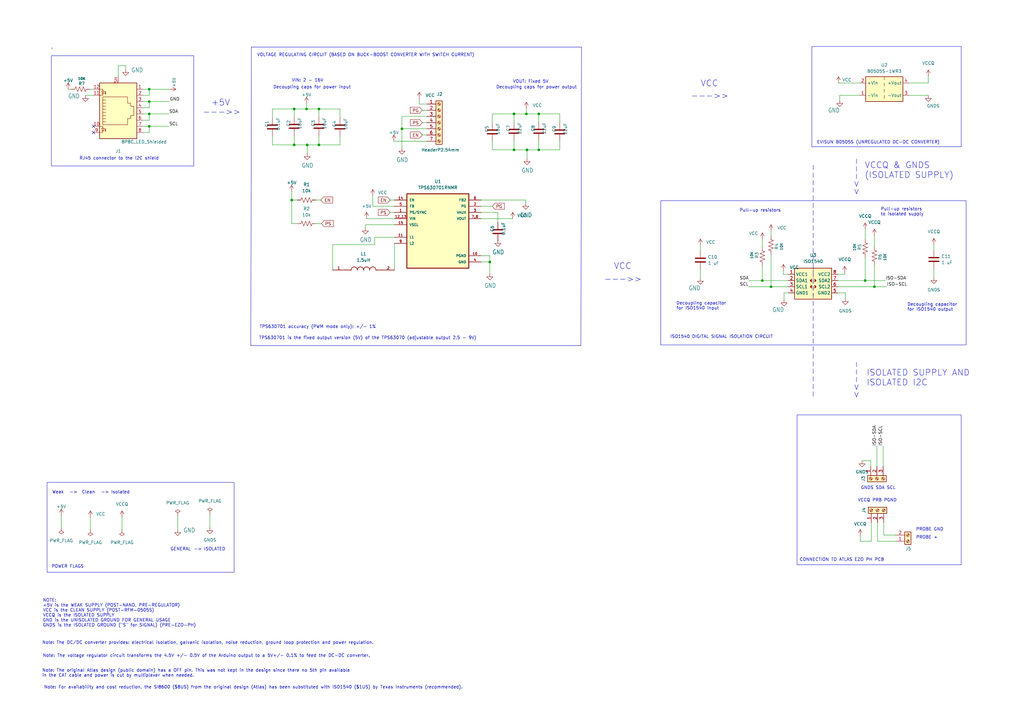
<source format=kicad_sch>
(kicad_sch (version 20230121) (generator eeschema)
  (paper "A3")
  (title_block (title "PCB Carrier for EZO pH Meter") (date "2024-04-06") (rev "revA1") (company "Jericho Laboratory Inc.") (comment 1 "Original schematic by Atlas Scientific (public domain)") (comment 2 "Modified by Frederic Coulombe, B.Eng. M.Sc.") (comment 3 "MIT license"))
  (lib_symbols
    (symbol "+5V_2" (power) (pin_names (offset 0))
      (property "Value" "+5V_2" (at 0 3.556 0))
      (symbol "+5V_2_0_1"
        (polyline (pts (xy -0.762 1.27) (xy 0 2.54)))
        (polyline (pts (xy 0 0) (xy 0 2.54)))
        (polyline (pts (xy 0 2.54) (xy 0.762 1.27)))
      )
      (symbol "+5V_2_1_1"
        (pin power_in line (at 0 0 90) (length 0) hide (name "+5V") (number "1"))
      )
    )
    (symbol "+5V_3" (power) (pin_names (offset 0))
      (property "Value" "+5V_3" (at 0 3.556 0))
      (symbol "+5V_3_0_1"
        (polyline (pts (xy -0.762 1.27) (xy 0 2.54)))
        (polyline (pts (xy 0 0) (xy 0 2.54)))
        (polyline (pts (xy 0 2.54) (xy 0.762 1.27)))
      )
      (symbol "+5V_3_1_1"
        (pin power_in line (at 0 0 90) (length 0) hide (name "+5V") (number "1"))
      )
    )
    (symbol "+5V_4" (power) (pin_names (offset 0))
      (property "Value" "+5V_4" (at 0 3.556 0))
      (symbol "+5V_4_0_1"
        (polyline (pts (xy -0.762 1.27) (xy 0 2.54)))
        (polyline (pts (xy 0 0) (xy 0 2.54)))
        (polyline (pts (xy 0 2.54) (xy 0.762 1.27)))
      )
      (symbol "+5V_4_1_1"
        (pin power_in line (at 0 0 90) (length 0) hide (name "+5V") (number "1"))
      )
    )
    (symbol "+5V_6" (power) (pin_names (offset 0))
      (property "Value" "+5V_6" (at 0 3.556 0))
      (symbol "+5V_6_0_1"
        (polyline (pts (xy -0.762 1.27) (xy 0 2.54)))
        (polyline (pts (xy 0 0) (xy 0 2.54)))
        (polyline (pts (xy 0 2.54) (xy 0.762 1.27)))
      )
      (symbol "+5V_6_1_1"
        (pin power_in line (at 0 0 90) (length 0) hide (name "+5V") (number "1"))
      )
    )
    (symbol "Connector:8P8C_LED_Shielded" (pin_names (offset 1.016))
      (property "Reference" "J" (at -5.08 13.97 0))
      (property "Value" "8P8C_LED_Shielded" (at 1.27 13.97 0))
      (symbol "8P8C_LED_Shielded_0_1"
        (polyline (pts (xy -7.62 -7.62) (xy -6.35 -7.62)))
        (polyline (pts (xy -7.62 -5.08) (xy -6.35 -5.08)))
        (polyline (pts (xy -7.62 7.62) (xy -6.35 7.62)))
        (polyline (pts (xy -7.62 10.16) (xy -6.35 10.16)))
        (polyline (pts (xy -6.858 -5.842) (xy -5.842 -5.842)))
        (polyline (pts (xy -6.858 9.398) (xy -5.842 9.398)))
        (polyline (pts (xy -6.35 -7.62) (xy -6.35 -6.858)))
        (polyline (pts (xy -6.35 -5.08) (xy -6.35 -5.842)))
        (polyline (pts (xy -6.35 7.62) (xy -6.35 8.382)))
        (polyline (pts (xy -6.35 10.16) (xy -6.35 9.398)))
        (polyline (pts (xy -5.08 -6.223) (xy -5.207 -6.604)))
        (polyline (pts (xy -5.08 -5.588) (xy -5.207 -5.969)))
        (polyline (pts (xy -5.08 4.445) (xy -6.35 4.445)))
        (polyline (pts (xy -5.08 5.715) (xy -6.35 5.715)))
        (polyline (pts (xy -5.08 9.017) (xy -5.207 8.636)))
        (polyline (pts (xy -5.08 9.652) (xy -5.207 9.271)))
        (polyline (pts (xy -6.35 -3.175) (xy -5.08 -3.175) (xy -5.08 -3.175)))
        (polyline (pts (xy -6.35 -1.905) (xy -5.08 -1.905) (xy -5.08 -1.905)))
        (polyline (pts (xy -6.35 -0.635) (xy -5.08 -0.635) (xy -5.08 -0.635)))
        (polyline (pts (xy -6.35 0.635) (xy -5.08 0.635) (xy -5.08 0.635)))
        (polyline (pts (xy -6.35 1.905) (xy -5.08 1.905) (xy -5.08 1.905)))
        (polyline (pts (xy -5.588 -6.731) (xy -5.08 -6.223) (xy -5.461 -6.35)))
        (polyline (pts (xy -5.588 -6.096) (xy -5.08 -5.588) (xy -5.461 -5.715)))
        (polyline (pts (xy -5.588 8.509) (xy -5.08 9.017) (xy -5.461 8.89)))
        (polyline (pts (xy -5.588 9.144) (xy -5.08 9.652) (xy -5.461 9.525)))
        (polyline (pts (xy -5.08 3.175) (xy -6.35 3.175) (xy -6.35 3.175)))
        (polyline (pts (xy -6.35 -5.842) (xy -6.858 -6.858) (xy -5.842 -6.858) (xy -6.35 -5.842)))
        (polyline (pts (xy -6.35 9.398) (xy -6.858 8.382) (xy -5.842 8.382) (xy -6.35 9.398)))
        (polyline (pts (xy -6.35 -4.445) (xy -6.35 6.985) (xy 3.81 6.985) (xy 3.81 4.445) (xy 5.08 4.445) (xy 5.08 3.175) (xy 6.35 3.175) (xy 6.35 -0.635) (xy 5.08 -0.635) (xy 5.08 -1.905) (xy 3.81 -1.905) (xy 3.81 -4.445) (xy -6.35 -4.445) (xy -6.35 -4.445)))
        (rectangle (start 7.62 12.7) (end -7.62 -10.16) (stroke (width 0.254)) (fill (type background)))
      )
      (symbol "8P8C_LED_Shielded_1_1"
        (pin passive line (at 10.16 -7.62 180) (length 2.54) (name "~") (number "1"))
        (pin passive line (at -10.16 7.62 0) (length 2.54) (name "~") (number "10"))
        (pin passive line (at -10.16 -5.08 0) (length 2.54) (name "~") (number "11"))
        (pin passive line (at -10.16 -7.62 0) (length 2.54) (name "~") (number "12"))
        (pin passive line (at 10.16 -5.08 180) (length 2.54) (name "~") (number "2"))
        (pin passive line (at 10.16 -2.54 180) (length 2.54) (name "~") (number "3"))
        (pin passive line (at 10.16 0 180) (length 2.54) (name "~") (number "4"))
        (pin passive line (at 10.16 2.54 180) (length 2.54) (name "~") (number "5"))
        (pin passive line (at 10.16 5.08 180) (length 2.54) (name "~") (number "6"))
        (pin passive line (at 10.16 7.62 180) (length 2.54) (name "~") (number "7"))
        (pin passive line (at 10.16 10.16 180) (length 2.54) (name "~") (number "8"))
        (pin passive line (at -10.16 10.16 0) (length 2.54) (name "~") (number "9"))
        (pin passive line (at 0 -12.7 90) (length 2.54) (name "~") (number "SH"))
      )
    )
    (symbol "Connector:Screw_Terminal_01x02" (pin_names (offset 1.016) hide)
      (property "Reference" "J" (at 0 2.54 0))
      (property "Value" "Screw_Terminal_01x02" (at 0 -5.08 0))
      (symbol "Screw_Terminal_01x02_1_1"
        (rectangle (start -1.27 1.27) (end 1.27 -3.81) (stroke (width 0.254)) (fill (type background)))
        (circle (center 0 -2.54) (radius 0.635) (stroke (width 0.1524)))
        (polyline (pts (xy -0.5334 -2.2098) (xy 0.3302 -3.048)) (stroke (width 0.1524)))
        (polyline (pts (xy -0.5334 0.3302) (xy 0.3302 -0.508)) (stroke (width 0.1524)))
        (polyline (pts (xy -0.3556 -2.032) (xy 0.508 -2.8702)) (stroke (width 0.1524)))
        (polyline (pts (xy -0.3556 0.508) (xy 0.508 -0.3302)) (stroke (width 0.1524)))
        (circle (center 0 0) (radius 0.635) (stroke (width 0.1524)))
        (pin passive line (at -5.08 0 0) (length 3.81) (name "Pin_1") (number "1"))
        (pin passive line (at -5.08 -2.54 0) (length 3.81) (name "Pin_2") (number "2"))
      )
    )
    (symbol "Connector:Screw_Terminal_01x03" (pin_names (offset 1.016) hide)
      (property "Reference" "J" (at 0 5.08 0))
      (property "Value" "Screw_Terminal_01x03" (at 0 -5.08 0))
      (symbol "Screw_Terminal_01x03_1_1"
        (rectangle (start -1.27 3.81) (end 1.27 -3.81) (stroke (width 0.254)) (fill (type background)))
        (circle (center 0 -2.54) (radius 0.635) (stroke (width 0.1524)))
        (polyline (pts (xy -0.5334 -2.2098) (xy 0.3302 -3.048)) (stroke (width 0.1524)))
        (polyline (pts (xy -0.5334 0.3302) (xy 0.3302 -0.508)) (stroke (width 0.1524)))
        (polyline (pts (xy -0.5334 2.8702) (xy 0.3302 2.032)) (stroke (width 0.1524)))
        (polyline (pts (xy -0.3556 -2.032) (xy 0.508 -2.8702)) (stroke (width 0.1524)))
        (polyline (pts (xy -0.3556 0.508) (xy 0.508 -0.3302)) (stroke (width 0.1524)))
        (polyline (pts (xy -0.3556 3.048) (xy 0.508 2.2098)) (stroke (width 0.1524)))
        (circle (center 0 0) (radius 0.635) (stroke (width 0.1524)))
        (circle (center 0 2.54) (radius 0.635) (stroke (width 0.1524)))
        (pin passive line (at -5.08 2.54 0) (length 3.81) (name "Pin_1") (number "1"))
        (pin passive line (at -5.08 0 0) (length 3.81) (name "Pin_2") (number "2"))
        (pin passive line (at -5.08 -2.54 0) (length 3.81) (name "Pin_3") (number "3"))
      )
    )
    (symbol "Connector:Screw_Terminal_01x07" (pin_names (offset 1.016) hide)
      (property "Reference" "J" (at 0 10.16 0))
      (property "Value" "Screw_Terminal_01x07" (at 0 -10.16 0))
      (symbol "Screw_Terminal_01x07_1_1"
        (rectangle (start -1.27 8.89) (end 1.27 -8.89) (stroke (width 0.254)) (fill (type background)))
        (circle (center 0 -7.62) (radius 0.635) (stroke (width 0.1524)))
        (circle (center 0 -5.08) (radius 0.635) (stroke (width 0.1524)))
        (circle (center 0 -2.54) (radius 0.635) (stroke (width 0.1524)))
        (polyline (pts (xy -0.5334 -7.2898) (xy 0.3302 -8.128)) (stroke (width 0.1524)))
        (polyline (pts (xy -0.5334 -4.7498) (xy 0.3302 -5.588)) (stroke (width 0.1524)))
        (polyline (pts (xy -0.5334 -2.2098) (xy 0.3302 -3.048)) (stroke (width 0.1524)))
        (polyline (pts (xy -0.5334 0.3302) (xy 0.3302 -0.508)) (stroke (width 0.1524)))
        (polyline (pts (xy -0.5334 2.8702) (xy 0.3302 2.032)) (stroke (width 0.1524)))
        (polyline (pts (xy -0.5334 5.4102) (xy 0.3302 4.572)) (stroke (width 0.1524)))
        (polyline (pts (xy -0.5334 7.9502) (xy 0.3302 7.112)) (stroke (width 0.1524)))
        (polyline (pts (xy -0.3556 -7.112) (xy 0.508 -7.9502)) (stroke (width 0.1524)))
        (polyline (pts (xy -0.3556 -4.572) (xy 0.508 -5.4102)) (stroke (width 0.1524)))
        (polyline (pts (xy -0.3556 -2.032) (xy 0.508 -2.8702)) (stroke (width 0.1524)))
        (polyline (pts (xy -0.3556 0.508) (xy 0.508 -0.3302)) (stroke (width 0.1524)))
        (polyline (pts (xy -0.3556 3.048) (xy 0.508 2.2098)) (stroke (width 0.1524)))
        (polyline (pts (xy -0.3556 5.588) (xy 0.508 4.7498)) (stroke (width 0.1524)))
        (polyline (pts (xy -0.3556 8.128) (xy 0.508 7.2898)) (stroke (width 0.1524)))
        (circle (center 0 0) (radius 0.635) (stroke (width 0.1524)))
        (circle (center 0 2.54) (radius 0.635) (stroke (width 0.1524)))
        (circle (center 0 5.08) (radius 0.635) (stroke (width 0.1524)))
        (circle (center 0 7.62) (radius 0.635) (stroke (width 0.1524)))
        (pin passive line (at -5.08 7.62 0) (length 3.81) (name "Pin_1") (number "1"))
        (pin passive line (at -5.08 5.08 0) (length 3.81) (name "Pin_2") (number "2"))
        (pin passive line (at -5.08 2.54 0) (length 3.81) (name "Pin_3") (number "3"))
        (pin passive line (at -5.08 0 0) (length 3.81) (name "Pin_4") (number "4"))
        (pin passive line (at -5.08 -2.54 0) (length 3.81) (name "Pin_5") (number "5"))
        (pin passive line (at -5.08 -5.08 0) (length 3.81) (name "Pin_6") (number "6"))
        (pin passive line (at -5.08 -7.62 0) (length 3.81) (name "Pin_7") (number "7"))
      )
    )
    (symbol "Converter_DCDC:TEA1-0505"
      (property "Reference" "U" (at -7.62 6.35 0))
      (property "Value" "TEA1-0505" (at -2.54 6.35 0))
      (symbol "TEA1-0505_0_0"
        (pin power_in line (at -10.16 -2.54 0) (length 2.54) (name "-Vin") (number "1"))
        (pin power_in line (at -10.16 2.54 0) (length 2.54) (name "+Vin") (number "2"))
        (pin power_out line (at 10.16 -2.54 180) (length 2.54) (name "-Vout") (number "3"))
        (pin power_out line (at 10.16 2.54 180) (length 2.54) (name "+Vout") (number "4"))
      )
      (symbol "TEA1-0505_0_1"
        (rectangle (start -7.62 5.08) (end 7.62 -5.08) (stroke (width 0.254)) (fill (type background)))
        (polyline (pts (xy 0 -2.54) (xy 0 -3.81)))
        (polyline (pts (xy 0 0) (xy 0 -1.27)))
        (polyline (pts (xy 0 2.54) (xy 0 1.27)))
        (polyline (pts (xy 0 5.08) (xy 0 3.81)))
      )
    )
    (symbol "Device:C" (pin_numbers hide) (pin_names (offset 0.254))
      (property "Reference" "C" (at 0.635 2.54 0))
      (property "Value" "C" (at 0.635 -2.54 0))
      (symbol "C_0_1"
        (polyline (pts (xy -2.032 -0.762) (xy 2.032 -0.762)) (stroke (width 0.508)))
        (polyline (pts (xy -2.032 0.762) (xy 2.032 0.762)) (stroke (width 0.508)))
      )
      (symbol "C_1_1"
        (pin passive line (at 0 3.81 270) (length 2.794) (name "~") (number "1"))
        (pin passive line (at 0 -3.81 90) (length 2.794) (name "~") (number "2"))
      )
    )
    (symbol "Device:R_US" (pin_numbers hide) (pin_names (offset 0))
      (property "Reference" "R" (at 2.54 0 90))
      (property "Value" "R_US" (at -2.54 0 90))
      (symbol "R_US_0_1"
        (polyline (pts (xy 0 -2.286) (xy 0 -2.54)))
        (polyline (pts (xy 0 2.286) (xy 0 2.54)))
        (polyline (pts (xy 0 -0.762) (xy 1.016 -1.143) (xy 0 -1.524) (xy -1.016 -1.905) (xy 0 -2.286)))
        (polyline (pts (xy 0 0.762) (xy 1.016 0.381) (xy 0 0) (xy -1.016 -0.381) (xy 0 -0.762)))
        (polyline (pts (xy 0 2.286) (xy 1.016 1.905) (xy 0 1.524) (xy -1.016 1.143) (xy 0 0.762)))
      )
      (symbol "R_US_1_1"
        (pin passive line (at 0 3.81 270) (length 1.27) (name "~") (number "1"))
        (pin passive line (at 0 -3.81 90) (length 1.27) (name "~") (number "2"))
      )
    )
    (symbol "Isolator:ISO1540"
      (property "Reference" "U" (at -6.35 6.35 0))
      (property "Value" "ISO1540" (at 3.81 6.35 0))
      (symbol "ISO1540_0_1"
        (rectangle (start -7.62 5.08) (end 7.62 -7.62) (stroke (width 0.254)) (fill (type background)))
        (rectangle (start 0 -5.08) (end 0 -6.35))
        (polyline (pts (xy 0 -2.54) (xy 0 -3.81)))
        (polyline (pts (xy 0 0) (xy 0 -1.27)))
        (polyline (pts (xy 0 2.54) (xy 0 1.27)))
        (polyline (pts (xy 0 5.08) (xy 0 3.81)))
        (polyline (pts (xy -0.635 0.635) (xy -1.27 0) (xy -0.635 -0.635) (xy -0.635 0.635)) (fill (type outline)))
        (polyline (pts (xy 0.635 -1.905) (xy 1.27 -2.54) (xy 0.635 -3.175) (xy 0.635 -1.905)) (fill (type outline)))
        (polyline (pts (xy 0.635 0.635) (xy 1.27 0) (xy 0.635 -0.635) (xy 0.635 0.635)) (fill (type outline)))
      )
      (symbol "ISO1540_1_1"
        (polyline (pts (xy -0.635 -1.905) (xy -1.27 -2.54) (xy -0.635 -3.175) (xy -0.635 -1.905)) (fill (type outline)))
        (pin power_in line (at -10.16 2.54 0) (length 2.54) (name "VCC1") (number "1"))
        (pin bidirectional line (at -10.16 0 0) (length 2.54) (name "SDA1") (number "2"))
        (pin bidirectional line (at -10.16 -2.54 0) (length 2.54) (name "SCL1") (number "3"))
        (pin power_in line (at -10.16 -5.08 0) (length 2.54) (name "GND1") (number "4"))
        (pin power_in line (at 10.16 -5.08 180) (length 2.54) (name "GND2") (number "5"))
        (pin bidirectional line (at 10.16 -2.54 180) (length 2.54) (name "SCL2") (number "6"))
        (pin bidirectional line (at 10.16 0 180) (length 2.54) (name "SDA2") (number "7"))
        (pin power_in line (at 10.16 2.54 180) (length 2.54) (name "VCC2") (number "8"))
      )
    )
    (symbol "TPS63070RNMR:TPS63070RNMR" (pin_names (offset 1.016))
      (property "Reference" "U" (at -12.7 16.24 0))
      (property "Value" "TPS63070RNMR" (at -12.7 -19.24 0))
      (symbol "TPS63070RNMR_0_0"
        (rectangle (start -12.7 -15.24) (end 12.7 15.24) (stroke (width 0.41)) (fill (type background)))
        (pin input line (at -17.78 7.62 0) (length 5.08) (name "PS/SYNC") (number "1"))
        (pin power_in line (at 17.78 -10.16 180) (length 5.08) (name "PGND") (number "10"))
        (pin bidirectional line (at -17.78 -2.54 0) (length 5.08) (name "L1") (number "11"))
        (pin input line (at -17.78 5.08 0) (length 5.08) (name "VIN") (number "12_13"))
        (pin input line (at -17.78 12.7 0) (length 5.08) (name "EN") (number "14"))
        (pin input line (at -17.78 2.54 0) (length 5.08) (name "VSEL") (number "15"))
        (pin output line (at 17.78 10.16 180) (length 5.08) (name "PG") (number "2"))
        (pin output line (at 17.78 7.62 180) (length 5.08) (name "VAUX") (number "3"))
        (pin power_in line (at 17.78 -12.7 180) (length 5.08) (name "GND") (number "4"))
        (pin input line (at -17.78 10.16 0) (length 5.08) (name "FB") (number "5"))
        (pin output line (at 17.78 12.7 180) (length 5.08) (name "FB2") (number "6"))
        (pin output line (at 17.78 5.08 180) (length 5.08) (name "VOUT") (number "7_8"))
        (pin bidirectional line (at -17.78 -5.08 0) (length 5.08) (name "L2") (number "9"))
      )
    )
    (symbol "XFL4020-152MEC:XFL4020-152MEC" (pin_names (offset 1.016))
      (property "Reference" "L" (at -5.08 2.54 0))
      (property "Value" "XFL4020-152MEC" (at -5.08 -2.54 0))
      (symbol "XFL4020-152MEC_0_0"
        (arc (start -2.54 0) (mid -3.81 1.2645) (end -5.08 0) (stroke (width 0.254)))
        (arc (start 0 0) (mid -1.27 1.2645) (end -2.54 0) (stroke (width 0.254)))
        (polyline (pts (xy -5.08 0) (xy -7.62 0)) (stroke (width 0.254)))
        (polyline (pts (xy 5.08 0) (xy 7.62 0)) (stroke (width 0.254)))
        (arc (start 2.54 0) (mid 1.27 1.2645) (end 0 0) (stroke (width 0.254)))
        (arc (start 5.08 0) (mid 3.81 1.2645) (end 2.54 0) (stroke (width 0.254)))
        (pin passive line (at -12.7 0 0) (length 5.08) (name "~") (number "1"))
        (pin passive line (at 12.7 0 180) (length 5.08) (name "~") (number "2"))
      )
    )
    (symbol "power:+5V" (power) (pin_names (offset 0))
      (property "Value" "+5V" (at 0 3.556 0))
      (symbol "+5V_0_1"
        (polyline (pts (xy -0.762 1.27) (xy 0 2.54)))
        (polyline (pts (xy 0 0) (xy 0 2.54)))
        (polyline (pts (xy 0 2.54) (xy 0.762 1.27)))
      )
      (symbol "+5V_1_1"
        (pin power_in line (at 0 0 90) (length 0) hide (name "+5V") (number "1"))
      )
    )
    (symbol "power:GND" (power) (pin_names (offset 0))
      (property "Value" "GND" (at 0 -3.81 0))
      (symbol "GND_0_1"
        (polyline (pts (xy 0 0) (xy 0 -1.27) (xy 1.27 -1.27) (xy 0 -2.54) (xy -1.27 -1.27) (xy 0 -1.27)))
      )
      (symbol "GND_1_1"
        (pin power_in line (at 0 0 270) (length 0) hide (name "GND") (number "1"))
      )
    )
    (symbol "power:GNDS" (power) (pin_names (offset 0))
      (property "Value" "GNDS" (at 0 -3.81 0))
      (symbol "GNDS_0_1"
        (polyline (pts (xy 0 0) (xy 0 -1.27) (xy 1.27 -1.27) (xy 0 -2.54) (xy -1.27 -1.27) (xy 0 -1.27)))
      )
      (symbol "GNDS_1_1"
        (pin power_in line (at 0 0 270) (length 0) hide (name "GNDS") (number "1"))
      )
    )
    (symbol "power:PWR_FLAG" (power) (pin_numbers hide) (pin_names (offset 0) hide)
      (property "Value" "PWR_FLAG" (at 0 3.81 0))
      (symbol "PWR_FLAG_0_0"
        (pin power_out line (at 0 0 90) (length 0) (name "pwr") (number "1"))
      )
      (symbol "PWR_FLAG_0_1"
        (polyline (pts (xy 0 0) (xy 0 1.27) (xy -1.016 1.905) (xy 0 2.54) (xy 1.016 1.905) (xy 0 1.27)))
      )
    )
    (symbol "power:VCC" (power) (pin_names (offset 0))
      (property "Value" "VCC" (at 0 3.81 0))
      (symbol "VCC_0_1"
        (polyline (pts (xy -0.762 1.27) (xy 0 2.54)))
        (polyline (pts (xy 0 0) (xy 0 2.54)))
        (polyline (pts (xy 0 2.54) (xy 0.762 1.27)))
      )
      (symbol "VCC_1_1"
        (pin power_in line (at 0 0 90) (length 0) hide (name "VCC") (number "1"))
      )
    )
    (symbol "power:VCCQ" (power) (pin_names (offset 0))
      (property "Value" "VCCQ" (at 0 3.81 0))
      (symbol "VCCQ_0_1"
        (polyline (pts (xy -0.762 1.27) (xy 0 2.54)))
        (polyline (pts (xy 0 0) (xy 0 2.54)))
        (polyline (pts (xy 0 2.54) (xy 0.762 1.27)))
      )
      (symbol "VCCQ_1_1"
        (pin power_in line (at 0 0 90) (length 0) hide (name "VCCQ") (number "1"))
      )
    )
  )
  (junction (at 216.154 61.468))
  (junction (at 125.984 59.436))
  (junction (at 125.73 44.704))
  (junction (at 120.65 59.436))
  (junction (at 220.98 46.736))
  (junction (at 210.82 61.468))
  (junction (at 61.214 36.576))
  (junction (at 61.214 51.816))
  (junction (at 130.81 44.704))
  (junction (at 200.914 107.442))
  (junction (at 130.81 59.436))
  (junction (at 316.23 117.602))
  (junction (at 358.648 117.602))
  (junction (at 164.846 52.832))
  (junction (at 354.838 115.062))
  (junction (at 215.9 46.736))
  (junction (at 61.214 41.656))
  (junction (at 210.82 46.736))
  (junction (at 312.674 115.062))
  (junction (at 119.634 82.042))
  (junction (at 120.65 44.704))
  (junction (at 61.214 46.736))
  (junction (at 220.98 61.468))
  (no_connect (at 38.354 54.356))
  (no_connect (at 38.354 51.816))
  (wire (pts (xy 362.458 219.456) (xy 362.458 214.376)))
  (wire (pts (xy 61.214 51.816) (xy 61.214 54.356)))
  (wire (pts (xy 130.81 44.704) (xy 130.81 48.006)))
  (wire (pts (xy 216.154 61.468) (xy 220.98 61.468)))
  (wire (pts (xy 36.83 36.576) (xy 38.354 36.576)))
  (wire (pts (xy 287.274 100.584) (xy 287.274 102.87)))
  (wire (pts (xy 160.02 87.122) (xy 161.798 87.122)))
  (wire (pts (xy 72.898 211.582) (xy 72.898 217.17)))
  (wire (pts (xy 215.9 44.45) (xy 215.9 46.736)))
  (wire (pts (xy 35.052 39.116) (xy 38.354 39.116)))
  (wire (pts (xy 61.214 41.656) (xy 69.596 41.656)))
  (wire (pts (xy 61.214 51.816) (xy 69.342 51.816)))
  (wire (pts (xy 171.958 42.672) (xy 175.006 42.672)))
  (wire (pts (xy 111.76 55.88) (xy 111.76 59.436)))
  (polyline (pts (xy 102.87 141.732) (xy 238.252 141.732)))
  (wire (pts (xy 321.564 120.142) (xy 321.564 122.936)))
  (wire (pts (xy 359.918 221.996) (xy 359.918 214.376)))
  (wire (pts (xy 119.634 82.042) (xy 121.92 82.042)))
  (wire (pts (xy 61.214 36.576) (xy 69.596 36.576)))
  (wire (pts (xy 321.31 112.522) (xy 321.31 110.998)))
  (polyline (pts (xy 103.124 19.304) (xy 238.506 19.304)))
  (wire (pts (xy 150.368 89.662) (xy 161.798 89.662)))
  (wire (pts (xy 139.446 44.704) (xy 130.81 44.704)))
  (wire (pts (xy 316.23 94.742) (xy 316.23 96.774)))
  (wire (pts (xy 357.124 188.976) (xy 353.568 188.976)))
  (wire (pts (xy 343.662 120.142) (xy 346.71 120.142)))
  (wire (pts (xy 120.65 55.626) (xy 120.65 59.436)))
  (wire (pts (xy 352.806 219.71) (xy 352.806 221.996)))
  (wire (pts (xy 48.514 31.496) (xy 48.514 26.924)))
  (wire (pts (xy 120.65 59.436) (xy 125.984 59.436)))
  (wire (pts (xy 358.648 108.712) (xy 358.648 117.602)))
  (wire (pts (xy 111.76 44.704) (xy 120.65 44.704)))
  (wire (pts (xy 149.86 92.202) (xy 149.86 93.472)))
  (wire (pts (xy 357.378 214.376) (xy 357.378 221.996)))
  (wire (pts (xy 210.82 61.468) (xy 216.154 61.468)))
  (wire (pts (xy 58.674 54.356) (xy 61.214 54.356)))
  (wire (pts (xy 215.9 46.736) (xy 220.98 46.736)))
  (wire (pts (xy 161.798 110.744) (xy 161.798 99.822)))
  (wire (pts (xy 139.446 55.88) (xy 139.446 59.436)))
  (wire (pts (xy 307.086 115.062) (xy 312.674 115.062)))
  (wire (pts (xy 358.648 96.52) (xy 358.648 101.092)))
  (wire (pts (xy 129.54 91.694) (xy 131.826 91.694)))
  (wire (pts (xy 139.446 48.26) (xy 139.446 44.704)))
  (wire (pts (xy 58.674 46.736) (xy 61.214 46.736)))
  (wire (pts (xy 343.662 115.062) (xy 354.838 115.062)))
  (wire (pts (xy 343.662 112.522) (xy 346.456 112.522)))
  (wire (pts (xy 201.93 57.912) (xy 201.93 61.468)))
  (wire (pts (xy 201.93 61.468) (xy 210.82 61.468)))
  (wire (pts (xy 130.81 59.436) (xy 130.81 55.626)))
  (wire (pts (xy 121.92 91.694) (xy 119.634 91.694)))
  (wire (pts (xy 200.914 104.902) (xy 200.914 107.442)))
  (wire (pts (xy 197.358 84.582) (xy 201.93 84.582)))
  (wire (pts (xy 200.914 107.442) (xy 200.914 112.268)))
  (wire (pts (xy 58.674 49.276) (xy 61.214 49.276)))
  (wire (pts (xy 367.284 221.996) (xy 359.918 221.996)))
  (wire (pts (xy 120.65 48.006) (xy 120.65 44.704)))
  (wire (pts (xy 197.358 89.662) (xy 210.312 89.662)))
  (wire (pts (xy 61.214 39.116) (xy 58.674 39.116)))
  (wire (pts (xy 119.634 91.694) (xy 119.634 82.042)))
  (wire (pts (xy 61.214 46.736) (xy 69.342 46.736)))
  (wire (pts (xy 204.216 98.806) (xy 204.216 98.552)))
  (wire (pts (xy 220.98 61.468) (xy 220.98 57.658)))
  (wire (pts (xy 383.032 100.33) (xy 383.032 102.616)))
  (wire (pts (xy 210.82 57.658) (xy 210.82 61.468)))
  (wire (pts (xy 354.838 115.062) (xy 363.22 115.062)))
  (wire (pts (xy 357.124 191.262) (xy 357.124 188.976)))
  (wire (pts (xy 25.146 216.408) (xy 25.146 211.328)))
  (wire (pts (xy 352.806 221.996) (xy 357.378 221.996)))
  (wire (pts (xy 354.838 105.664) (xy 354.838 115.062)))
  (wire (pts (xy 354.838 93.98) (xy 354.838 98.044)))
  (wire (pts (xy 48.514 26.924) (xy 51.562 26.924)))
  (wire (pts (xy 173.228 45.212) (xy 175.006 45.212)))
  (wire (pts (xy 287.274 110.49) (xy 287.274 114.046)))
  (wire (pts (xy 359.664 191.262) (xy 359.664 182.88)))
  (wire (pts (xy 164.846 52.832) (xy 164.846 47.752)))
  (wire (pts (xy 316.23 104.394) (xy 316.23 117.602)))
  (wire (pts (xy 358.648 117.602) (xy 363.728 117.602)))
  (wire (pts (xy 229.616 46.736) (xy 220.98 46.736)))
  (wire (pts (xy 220.98 46.736) (xy 220.98 50.038)))
  (wire (pts (xy 323.342 112.522) (xy 321.31 112.522)))
  (wire (pts (xy 383.032 110.236) (xy 383.032 113.792)))
  (wire (pts (xy 50.038 217.17) (xy 50.038 212.09)))
  (wire (pts (xy 346.71 120.142) (xy 346.71 122.428)))
  (wire (pts (xy 204.216 87.122) (xy 204.216 91.186)))
  (wire (pts (xy 125.73 44.704) (xy 130.81 44.704)))
  (wire (pts (xy 216.154 61.468) (xy 216.154 65.024)))
  (wire (pts (xy 197.358 82.042) (xy 215.646 82.042)))
  (wire (pts (xy 160.02 82.042) (xy 161.798 82.042)))
  (wire (pts (xy 161.798 97.282) (xy 153.67 97.282)))
  (wire (pts (xy 136.398 100.33) (xy 136.398 110.744)))
  (wire (pts (xy 129.54 82.042) (xy 131.572 82.042)))
  (wire (pts (xy 111.76 59.436) (xy 120.65 59.436)))
  (wire (pts (xy 61.214 41.656) (xy 61.214 44.196)))
  (wire (pts (xy 197.358 104.902) (xy 200.914 104.902)))
  (wire (pts (xy 153.67 100.33) (xy 136.398 100.33)))
  (wire (pts (xy 164.846 47.752) (xy 175.006 47.752)))
  (wire (pts (xy 201.93 50.292) (xy 201.93 46.736)))
  (wire (pts (xy 197.358 107.442) (xy 200.914 107.442)))
  (wire (pts (xy 119.634 78.486) (xy 119.634 82.042)))
  (wire (pts (xy 27.94 36.576) (xy 29.21 36.576)))
  (wire (pts (xy 164.846 60.706) (xy 164.846 52.832)))
  (wire (pts (xy 307.086 117.602) (xy 316.23 117.602)))
  (wire (pts (xy 111.76 48.26) (xy 111.76 44.704)))
  (wire (pts (xy 125.73 42.418) (xy 125.73 44.704)))
  (wire (pts (xy 344.424 39.116) (xy 352.552 39.116)))
  (wire (pts (xy 51.562 26.924) (xy 51.562 28.448)))
  (wire (pts (xy 58.674 51.816) (xy 61.214 51.816)))
  (wire (pts (xy 201.93 46.736) (xy 210.82 46.736)))
  (wire (pts (xy 161.798 92.202) (xy 149.86 92.202)))
  (wire (pts (xy 161.544 57.912) (xy 175.006 57.912)))
  (wire (pts (xy 380.746 31.242) (xy 380.746 34.036)))
  (polyline (pts (xy 238.252 141.732) (xy 238.506 19.304)))
  (wire (pts (xy 343.662 117.602) (xy 358.648 117.602)))
  (wire (pts (xy 173.228 50.292) (xy 175.006 50.292)))
  (wire (pts (xy 171.958 40.386) (xy 171.958 42.672)))
  (wire (pts (xy 367.284 219.456) (xy 362.458 219.456)))
  (wire (pts (xy 61.214 44.196) (xy 58.674 44.196)))
  (wire (pts (xy 125.984 59.436) (xy 125.984 62.992)))
  (wire (pts (xy 372.872 39.116) (xy 380.746 39.116)))
  (wire (pts (xy 343.916 34.036) (xy 352.552 34.036)))
  (wire (pts (xy 37.084 217.17) (xy 37.084 212.09)))
  (wire (pts (xy 152.908 84.582) (xy 161.798 84.582)))
  (wire (pts (xy 61.214 36.576) (xy 61.214 39.116)))
  (wire (pts (xy 316.23 117.602) (xy 323.342 117.602)))
  (wire (pts (xy 229.616 61.468) (xy 220.98 61.468)))
  (wire (pts (xy 323.342 120.142) (xy 321.564 120.142)))
  (wire (pts (xy 362.204 191.262) (xy 362.204 182.88)))
  (wire (pts (xy 61.214 46.736) (xy 61.214 49.276)))
  (wire (pts (xy 229.616 57.912) (xy 229.616 61.468)))
  (wire (pts (xy 86.106 210.82) (xy 86.106 216.408)))
  (wire (pts (xy 125.984 59.436) (xy 130.81 59.436)))
  (wire (pts (xy 346.456 112.522) (xy 346.456 111.76)))
  (wire (pts (xy 120.65 44.704) (xy 125.73 44.704)))
  (wire (pts (xy 173.228 55.372) (xy 175.006 55.372)))
  (wire (pts (xy 215.646 82.042) (xy 215.646 83.312)))
  (wire (pts (xy 229.616 50.292) (xy 229.616 46.736)))
  (wire (pts (xy 312.674 108.966) (xy 312.674 115.062)))
  (wire (pts (xy 58.674 41.656) (xy 61.214 41.656)))
  (wire (pts (xy 312.674 101.346) (xy 312.674 98.044)))
  (polyline (pts (xy 103.124 19.304) (xy 102.87 141.732)))
  (wire (pts (xy 152.908 80.264) (xy 152.908 84.582)))
  (wire (pts (xy 153.67 97.282) (xy 153.67 100.33)))
  (wire (pts (xy 58.674 36.576) (xy 61.214 36.576)))
  (wire (pts (xy 197.358 87.122) (xy 204.216 87.122)))
  (wire (pts (xy 344.424 41.148) (xy 344.424 39.116)))
  (wire (pts (xy 372.872 34.036) (xy 380.746 34.036)))
  (wire (pts (xy 210.82 50.038) (xy 210.82 46.736)))
  (wire (pts (xy 139.446 59.436) (xy 130.81 59.436)))
  (polyline (pts (xy 21.336 19.558) (xy 21.336 20.066)))
  (wire (pts (xy 210.82 46.736) (xy 215.9 46.736)))
  (wire (pts (xy 312.674 115.062) (xy 323.342 115.062)))
  (wire (pts (xy 164.846 52.832) (xy 175.006 52.832)))
  (rectangle (start 326.898 170.18) (end 394.208 231.648))
  (rectangle (start 19.304 197.866) (end 96.012 234.696))
  (rectangle (start 332.994 19.05) (end 394.208 60.198))
  (rectangle (start 21.082 22.86) (end 79.502 68.072))
  (rectangle (start 271.018 82.296) (end 396.24 141.478))
  (text "Note: The DC/DC converter provides: electrical isolation, galvanic isolation, noise reduction, ground loop protection and power regulation." (at 17.272 264.414 0) (effects (font (size 1.27 1.27)) (justify left bottom)))
  (text "Decoupling capacitor\nfor ISO1540 output" (at 372.11 127.762 0) (effects (font (size 1.27 1.27)) (justify left bottom)))
  (text "GNDS SDA SCL" (at 353.06 200.914 0) (effects (font (size 1.27 1.27)) (justify left bottom)))
  (text "Decoupling caps for power output" (at 203.454 36.576 0) (effects (font (size 1.27 1.27)) (justify left bottom)))
  (text "--->>" (at 247.65 116.078 0) (effects (font (size 2.5 2.5)) (justify left bottom)))
  (text "->  Clean" (at 28.448 202.692 0) (effects (font (size 1.27 1.27)) (justify left bottom)))
  (text "-> Isolated" (at 41.402 202.692 0) (effects (font (size 1.27 1.27)) (justify left bottom)))
  (text "VCCQ PRB PGND" (at 351.79 205.994 0) (effects (font (size 1.27 1.27)) (justify left bottom)))
  (text "TPS630701 is the fixed output version (5V) of the TPS63070 (adjustable output 2.5 - 9V)\n" (at 106.172 139.446 0) (effects (font (size 1.27 1.27)) (justify left bottom)))
  (text "RJ45 connector to the I2C shield" (at 32.512 65.786 0) (effects (font (size 1.27 1.27)) (justify left bottom)))
  (text "POWER FLAGS\n" (at 21.082 233.172 0) (effects (font (size 1.27 1.27)) (justify left bottom)))
  (text "VCCQ & GNDS\n(ISOLATED SUPPLY)" (at 354.584 73.406 0) (effects (font (size 2.5 2.5)) (justify left bottom)))
  (text "Note: The original Atlas design (public domain) has a OFF pin. This was not kept in the design since there no 5th pin available\nin the CAT cable and power is cut by multiplexer when needed." (at 17.272 277.876 0) (effects (font (size 1.27 1.27)) (justify left bottom)))
  (text "--->>" (at 83.058 47.498 0) (effects (font (size 2.5 2.5)) (justify left bottom)))
  (text "PROBE GND" (at 375.666 217.932 0) (effects (font (size 1.27 1.27)) (justify left bottom)))
  (text "Weak" (at 21.336 202.692 0) (effects (font (size 1.27 1.27)) (justify left bottom)))
  (text "Pull-up resistors \nto isolated supply" (at 361.188 88.646 0) (effects (font (size 1.27 1.27)) (justify left bottom)))
  (text "Decoupling capacitor\nfor ISO1540 input" (at 277.368 127.254 0) (effects (font (size 1.27 1.27)) (justify left bottom)))
  (text "CONNECTION TO ATLAS EZO PH PCB" (at 327.914 230.378 0) (effects (font (size 1.27 1.27)) (justify left bottom)))
  (text "Pull-up resistors" (at 303.276 87.122 0) (effects (font (size 1.27 1.27)) (justify left bottom)))
  (text "VOLTAGE REGULATING CIRCUIT (BASED ON BUCK-BOOST CONVERTER WITH SWITCH CURRENT)" (at 105.41 23.368 0) (effects (font (size 1.27 1.27)) (justify left bottom)))
  (text "VCC" (at 251.714 110.744 0) (effects (font (size 2.5 2.5)) (justify left bottom)))
  (text "--->>" (at 283.21 40.894 0) (effects (font (size 2.5 2.5)) (justify left bottom)))
  (text "ISOLATED SUPPLY AND\nISOLATED I2C" (at 355.346 158.496 0) (effects (font (size 2.5 2.5)) (justify left bottom)))
  (text "NOTE:\n+5V is the WEAK SUPPLY (POST-NANO, PRE-REGULATOR)\nVCC is the CLEAN SUPPLY (POST-RFM-0505S)\nVCCQ is the ISOLATED SUPPLY\nGND is the UNISOLATED GROUND FOR GENERAL USAGE\nGNDS is the ISOLATED GROUND (\"S\" for SIGNAL) (PRE-EZO-PH)" (at 17.526 257.302 0) (effects (font (size 1.27 1.27)) (justify left bottom)))
  (text "<<---" (at 352.552 148.082 90) (effects (font (size 2.5 2.5)) (justify right bottom)))
  (text "ISO1540 DIGITAL SIGNAL ISOLATION CIRCUIT" (at 274.828 138.938 0) (effects (font (size 1.27 1.27)) (justify left bottom)))
  (text "-> ISOLATED" (at 79.502 226.06 0) (effects (font (size 1.27 1.27)) (justify left bottom)))
  (text "Decoupling caps for power input" (at 112.014 36.576 0) (effects (font (size 1.27 1.27)) (justify left bottom)))
  (text "TPS630701 accuracy (PWM mode only): +/- 1%" (at 106.426 134.874 0) (effects (font (size 1.27 1.27)) (justify left bottom)))
  (text "VCC" (at 287.274 35.814 0) (effects (font (size 2.5 2.5)) (justify left bottom)))
  (text "VOUT: Fixed 5V" (at 210.312 34.29 0) (effects (font (size 1.27 1.27)) (justify left bottom)))
  (text "+5V" (at 86.614 43.688 0) (effects (font (size 2.5 2.5)) (justify left bottom)))
  (text "EVISUN B0505S (UNREGULATED DC-DC CONVERTER)" (at 335.026 59.182 0) (effects (font (size 1.27 1.27)) (justify left bottom)))
  (text "GENERAL" (at 69.85 226.06 0) (effects (font (size 1.27 1.27)) (justify left bottom)))
  (text "Note: The voltage regulator circuit transforms the 4.5V +/- 0.5V of the Arduino output to a 5V+/- 0.1% to feed the DC-DC converter." (at 17.526 269.748 0) (effects (font (size 1.27 1.27)) (justify left bottom)))
  (text "PROBE +" (at 375.666 221.234 0) (effects (font (size 1.27 1.27)) (justify left bottom)))
  (text "<<---" (at 352.552 64.77 90) (effects (font (size 2.5 2.5)) (justify right bottom)))
  (text "VIN: 2 - 16V" (at 119.634 33.782 0) (effects (font (size 1.27 1.27)) (justify left bottom)))
  (text "-------------------------------" (at 334.772 67.31 90) (effects (font (size 2.5 2.5)) (justify right bottom)))
  (text "Note: For availability and cost reduction, the SI8600 ($8US) from the original design (Atlas) has been substituted with ISO1540 ($1US) by Texas Instruments (recommended)." (at 18.034 282.702 0) (effects (font (size 1.27 1.27)) (justify left bottom)))
  (label "ISO-SDA" (at 359.664 182.88 90))
  (label "ISO-SDA" (at 363.22 115.062 0))
  (label "SCL" (at 69.342 51.816 0))
  (label "SCL" (at 307.086 117.602 180))
  (label "SDA" (at 69.342 46.736 0))
  (label "ISO-SCL" (at 362.204 182.88 90))
  (label "SDA" (at 307.086 115.062 180))
  (label "ISO-SCL" (at 363.728 117.602 0))
  (label "GND" (at 69.596 41.656 0))
  (global_label "EN" (shape input) (at 160.02 82.042 180) (property "Intersheetrefs" "${INTERSHEET_REFS}" (effects hide)))
  (global_label "EN" (shape input) (at 131.572 82.042 0) (property "Intersheetrefs" "${INTERSHEET_REFS}" (effects hide)))
  (global_label "EN" (shape input) (at 173.228 55.372 180) (property "Intersheetrefs" "${INTERSHEET_REFS}" (effects hide)))
  (global_label "PG" (shape input) (at 173.228 45.212 180) (property "Intersheetrefs" "${INTERSHEET_REFS}" (effects hide)))
  (global_label "PS" (shape input) (at 131.826 91.694 0) (property "Intersheetrefs" "${INTERSHEET_REFS}" (effects hide)))
  (global_label "PS" (shape input) (at 160.02 87.122 180) (property "Intersheetrefs" "${INTERSHEET_REFS}" (effects hide)))
  (global_label "PS" (shape input) (at 173.228 50.292 180) (property "Intersheetrefs" "${INTERSHEET_REFS}" (effects hide)))
  (global_label "PG" (shape input) (at 201.93 84.582 0) (property "Intersheetrefs" "${INTERSHEET_REFS}" (effects hide)))
  (symbol (lib_id "power:GND") (at 149.86 93.472 0) (unit 1)
    (property "Reference" "#GND04" (effects hide))
    (property "Value" "GND" (at 147.574 99.314 0) (effects (font (size 1.778 1.5113)) (justify left bottom)))
    (property "Footprint" "Adafruit LTC4311 I2C Extender:" (effects hide))
  )
  (symbol (lib_id "power:GND") (at 344.424 41.148 0) (unit 1)
    (property "Reference" "#GND011" (effects hide))
    (property "Value" "GND" (at 339.598 46.228 0) (effects (font (size 1.778 1.5113)) (justify left bottom)))
    (property "Footprint" "Adafruit LTC4311 I2C Extender:" (effects hide))
  )
  (symbol (lib_id "power:GND") (at 51.562 28.448 0) (unit 1)
    (property "Reference" "#GND01" (effects hide))
    (property "Value" "GND" (at 53.848 29.718 0) (effects (font (size 1.778 1.5113)) (justify left bottom)))
    (property "Footprint" "Adafruit LTC4311 I2C Extender:" (effects hide))
  )
  (symbol (lib_id "power:PWR_FLAG") (at 86.106 210.82 0) (unit 1)
    (property "Reference" "#FLG05" (effects hide))
    (property "Value" "PWR_FLAG" (at 86.106 205.486 0))
  )
  (symbol (lib_id "power:VCC") (at 215.9 44.45 0) (unit 1)
    (property "Reference" "#PWR013" (effects hide))
    (property "Value" "VCC" (at 218.44 43.18 0) (effects (justify left)))
  )
  (symbol (lib_id "power:VCC") (at 312.674 98.044 0) (unit 1)
    (property "Reference" "#PWR017" (effects hide))
    (property "Value" "VCC" (at 307.086 95.758 0) (effects (justify left)))
  )
  (symbol (lib_id "power:VCCQ") (at 50.038 212.09 0) (unit 1)
    (property "Reference" "#PWR03" (effects hide))
    (property "Value" "VCCQ" (at 50.038 206.756 0))
  )
  (symbol (lib_id "power:GND") (at 125.984 62.992 0) (unit 1)
    (property "Reference" "#GND03" (effects hide))
    (property "Value" "GND" (at 123.698 68.834 0) (effects (font (size 1.778 1.5113)) (justify left bottom)))
    (property "Footprint" "Adafruit LTC4311 I2C Extender:" (effects hide))
  )
  (symbol (lib_id "Device:C") (at 111.76 52.07 0) (unit 1)
    (property "Reference" "C1" (at 109.47 50.82 90))
    (property "Value" "0.1uF" (at 114.06 50.82 90))
    (property "Footprint" "Capacitor_SMD:C_0805_2012Metric" (effects hide))
    (property "LCSC" "C49678" (effects hide))
  )
  (symbol (lib_id "power:VCCQ") (at 380.746 31.242 0) (unit 1)
    (property "Reference" "#PWR021" (effects hide))
    (property "Value" "VCCQ" (at 380.746 25.908 0))
  )
  (symbol (lib_id "power:GND") (at 287.274 114.046 0) (unit 1)
    (property "Reference" "#GND010" (effects hide))
    (property "Value" "GND" (at 282.448 119.126 0) (effects (font (size 1.778 1.5113)) (justify left bottom)))
    (property "Footprint" "Adafruit LTC4311 I2C Extender:" (effects hide))
  )
  (symbol (lib_id "power:GNDS") (at 353.568 188.976 0) (mirror y) (unit 1)
    (property "Reference" "#PWR016" (effects hide))
    (property "Value" "GNDS" (at 353.568 193.548 0))
  )
  (symbol (lib_id "TPS63070RNMR:TPS63070RNMR") (at 179.578 94.742 0) (unit 1)
    (property "Reference" "U1" (at 179.578 74.422 0))
    (property "Value" "TPS630701RNMR" (at 179.578 76.962 0))
    (property "Footprint" "SnapEDA_TPS63070RNMR:VREG_TPS63070RNMR" (effects hide))
    (property "MF" "Texas Instruments" (effects hide))
    (property "Description" "\nWide input voltage (2V-16V) buck-boost converter\n" (effects hide))
    (property "Package" "VQFN-HR-15 Texas Instruments" (effects hide))
    (property "Price" "None" (effects hide))
    (property "SnapEDA_Link" "https://www.snapeda.com/parts/TPS63070RNMR/Texas+Instruments/view-part/?ref=snap" (effects hide))
    (property "MP" "TPS63070RNMR" (effects hide))
    (property "Purchase-URL" "https://www.snapeda.com/api/url_track_click_mouser/?unipart_id=583017&manufacturer=Texas Instruments&part_name=TPS63070RNMR&search_term=tps63070" (effects hide))
    (property "Availability" "In Stock" (effects hide))
    (property "Check_prices" "https://www.snapeda.com/parts/TPS63070RNMR/Texas+Instruments/view-part/?ref=eda" (effects hide))
    (property "LCSC" "C2876599" (effects hide))
  )
  (symbol (lib_id "Device:R_US") (at 125.73 82.042 270) (unit 1)
    (property "Reference" "R1" (at 125.73 75.692 90))
    (property "Value" "10k" (at 125.73 78.232 90))
    (property "Footprint" "Resistor_SMD:R_1206_3216Metric" (effects hide))
    (property "LCSC" "C17902" (effects hide))
  )
  (symbol (lib_id "Device:C") (at 383.032 106.426 0) (unit 1)
    (property "Reference" "C11" (at 386.08 105.1559 0) (effects (justify left)))
    (property "Value" "1 uF" (at 386.08 107.6959 0) (effects (justify left)))
    (property "Footprint" "Capacitor_SMD:C_1206_3216Metric" (effects hide))
    (property "LCSC" "C1848" (effects hide))
  )
  (symbol (lib_id "Device:C") (at 220.98 53.848 0) (unit 1)
    (property "Reference" "C8" (at 218.69 52.598 90))
    (property "Value" "22uF" (at 223.28 52.598 90))
    (property "Footprint" "Capacitor_SMD:C_0805_2012Metric" (effects hide))
    (property "LCSC" "C45783" (effects hide))
  )
  (symbol (lib_id "power:VCC") (at 152.908 80.264 0) (unit 1)
    (property "Reference" "#PWR09" (effects hide))
    (property "Value" "VCC" (at 154.94 78.994 0) (effects (justify left)))
  )
  (symbol (lib_id "power:VCC") (at 343.916 34.036 0) (unit 1)
    (property "Reference" "#PWR015" (effects hide))
    (property "Value" "VCC" (at 345.44 32.766 0) (effects (justify left)))
  )
  (symbol (lib_id "power:GNDS") (at 383.032 113.792 0) (unit 1)
    (property "Reference" "#PWR028" (effects hide))
    (property "Value" "GNDS" (at 383.032 118.872 0))
  )
  (symbol (lib_id "Device:C") (at 210.82 53.848 0) (unit 1)
    (property "Reference" "C7" (at 208.53 52.598 90))
    (property "Value" "22uF" (at 213.12 52.598 90))
    (property "Footprint" "Capacitor_SMD:C_0805_2012Metric" (effects hide))
    (property "LCSC" "C45783" (effects hide))
  )
  (symbol (lib_id "Device:R_US") (at 125.73 91.694 90) (unit 1)
    (property "Reference" "R2" (at 125.73 85.598 90))
    (property "Value" "10k" (at 125.73 88.138 90))
    (property "Footprint" "Resistor_SMD:R_1206_3216Metric" (effects hide))
    (property "LCSC" "C17902" (effects hide))
  )
  (symbol (lib_id "Device:C") (at 287.274 106.68 0) (unit 1)
    (property "Reference" "C10" (at 290.322 105.4099 0) (effects (justify left)))
    (property "Value" "1 uF" (at 290.322 107.9499 0) (effects (justify left)))
    (property "Footprint" "Capacitor_SMD:C_1206_3216Metric" (effects hide))
    (property "LCSC" "C1848" (effects hide))
  )
  (symbol (lib_id "power:VCC") (at 210.312 89.662 0) (unit 1)
    (property "Reference" "#PWR012" (effects hide))
    (property "Value" "VCC" (at 212.09 88.392 0) (effects (justify left)))
  )
  (symbol (lib_id "Device:R_US") (at 358.648 104.902 180) (unit 1)
    (property "Reference" "R6" (at 360.934 105.41 90))
    (property "Value" "10K" (at 362.966 105.41 90) (effects (font (size 1.016 1.016) bold)))
    (property "Footprint" "Resistor_SMD:R_0805_2012Metric" (effects hide))
    (property "LCSC" "C17414" (effects hide))
  )
  (symbol (lib_id "Device:R_US") (at 33.02 36.576 270) (unit 1)
    (property "Reference" "R7" (at 33.528 34.29 90))
    (property "Value" "10K" (at 33.528 32.258 90) (effects (font (size 1.016 1.016) bold)))
    (property "Footprint" "Resistor_SMD:R_0805_2012Metric" (effects hide))
    (property "LCSC" "C17414" (effects hide))
  )
  (symbol (lib_id "power:VCC") (at 287.274 100.584 0) (unit 1)
    (property "Reference" "#PWR014" (effects hide))
    (property "Value" "VCC" (at 289.56 99.314 0) (effects (justify left)))
  )
  (symbol (lib_id "power:PWR_FLAG") (at 37.084 217.17 180) (unit 1)
    (property "Reference" "#FLG02" (effects hide))
    (property "Value" "PWR_FLAG" (at 37.084 222.504 0))
  )
  (symbol (lib_name "+5V_3") (lib_id "power:+5V") (at 27.94 36.576 0) (unit 1)
    (property "Reference" "#PWR029" (effects hide))
    (property "Value" "+5V" (at 27.94 33.02 0))
  )
  (symbol (lib_name "+5V_3") (lib_id "power:+5V") (at 125.73 42.418 0) (unit 1)
    (property "Reference" "#PWR07" (effects hide))
    (property "Value" "+5V" (at 125.73 38.862 0))
  )
  (symbol (lib_id "power:VCCQ") (at 383.032 100.33 0) (unit 1)
    (property "Reference" "#PWR027" (effects hide))
    (property "Value" "VCCQ" (at 383.032 94.996 0))
  )
  (symbol (lib_id "Connector:Screw_Terminal_01x07") (at 180.086 50.292 0) (unit 1)
    (property "Reference" "J2" (at 180.34 38.608 0))
    (property "Value" "HeaderP2.54mm" (at 180.594 61.468 0))
    (property "Footprint" "Connector_PinHeader_2.54mm:PinHeader_1x07_P2.54mm_Vertical" (effects hide))
    (property "LCSC" "C492406" (effects hide))
  )
  (symbol (lib_id "power:GND") (at 204.216 98.552 0) (unit 1)
    (property "Reference" "#GND07" (effects hide))
    (property "Value" "GND" (at 201.93 104.394 0) (effects (font (size 1.778 1.5113)) (justify left bottom)))
    (property "Footprint" "Adafruit LTC4311 I2C Extender:" (effects hide))
  )
  (symbol (lib_id "power:PWR_FLAG") (at 25.146 216.408 180) (unit 1)
    (property "Reference" "#FLG01" (effects hide))
    (property "Value" "PWR_FLAG" (at 25.146 221.742 0))
  )
  (symbol (lib_id "XFL4020-152MEC:XFL4020-152MEC") (at 149.098 110.744 0) (unit 1)
    (property "Reference" "L1" (at 149.098 104.14 0))
    (property "Value" "1.5uH" (at 149.098 106.68 0))
    (property "Footprint" "SnapEDA_XLF4020-152MEC:IND_XFL4020-152MEC" (effects hide))
    (property "MF" "Coilcraft" (effects hide))
    (property "MAXIMUM_PACKAGE_HEIGHT" "2.1mm" (effects hide))
    (property "Package" "None" (effects hide))
    (property "Price" "None" (effects hide))
    (property "Check_prices" "https://www.snapeda.com/parts/XFL4020-152MEC/Coilcraft/view-part/?ref=eda" (effects hide))
    (property "STANDARD" "Manufacturer Recommendations" (effects hide))
    (property "PARTREV" "11/02/18" (effects hide))
    (property "SnapEDA_Link" "https://www.snapeda.com/parts/XFL4020-152MEC/Coilcraft/view-part/?ref=snap" (effects hide))
    (property "MP" "XFL4020-152MEC" (effects hide))
    (property "Purchase-URL" "https://www.snapeda.com/api/url_track_click_mouser/?unipart_id=583942&manufacturer=Coilcraft&part_name=XFL4020-152MEC&search_term=xfl4020" (effects hide))
    (property "Description" "\nInductor Power Shielded Wirewound 1.5uH 20% 100KHz 9.1A 15.8mOhm DCR 1515 Automotive Embossed Plastic T/R\n" (effects hide))
    (property "MANUFACTURER" "Coilcraft" (effects hide))
    (property "Availability" "In Stock" (effects hide))
    (property "DESCRIPTION" "Power inductor, shielded, 20% tol, SMT, RoHS, halogen free" (effects hide))
    (property "LCSC" "C167802" (effects hide))
  )
  (symbol (lib_id "Isolator:ISO1540") (at 333.502 115.062 0) (unit 1)
    (property "Reference" "U3" (at 333.502 104.648 0))
    (property "Value" "ISO1540" (at 333.502 107.188 0))
    (property "Footprint" "Package_SO:SOIC-8_3.9x4.9mm_P1.27mm" (effects hide))
    (property "Datasheet" "http://www.ti.com/lit/ds/symlink/iso1541.pdf" (effects hide))
    (property "LCSC" "C179739" (effects hide))
  )
  (symbol (lib_id "power:GND") (at 35.052 39.116 0) (mirror y) (unit 1)
    (property "Reference" "#GND013" (effects hide))
    (property "Value" "GND" (at 32.766 40.386 0) (effects (font (size 1.778 1.5113)) (justify left bottom)))
    (property "Footprint" "Adafruit LTC4311 I2C Extender:" (effects hide))
  )
  (symbol (lib_id "power:VCC") (at 321.31 110.998 0) (unit 1)
    (property "Reference" "#PWR020" (effects hide))
    (property "Value" "VCC" (at 323.85 109.728 0) (effects (justify left)))
  )
  (symbol (lib_id "power:PWR_FLAG") (at 72.898 211.582 0) (unit 1)
    (property "Reference" "#FLG04" (effects hide))
    (property "Value" "PWR_FLAG" (at 72.898 206.248 0))
  )
  (symbol (lib_id "power:PWR_FLAG") (at 50.038 217.17 180) (unit 1)
    (property "Reference" "#FLG03" (effects hide))
    (property "Value" "PWR_FLAG" (at 50.038 222.504 0))
  )
  (symbol (lib_id "power:GNDS") (at 86.106 216.408 0) (unit 1)
    (property "Reference" "#PWR05" (effects hide))
    (property "Value" "GNDS" (at 86.106 221.488 0))
  )
  (symbol (lib_id "power:VCC") (at 171.958 40.386 0) (unit 1)
    (property "Reference" "#PWR011" (effects hide))
    (property "Value" "VCC" (at 174.498 39.116 0) (effects (justify left)))
  )
  (symbol (lib_id "power:VCC") (at 316.23 94.742 0) (unit 1)
    (property "Reference" "#PWR019" (effects hide))
    (property "Value" "VCC" (at 318.77 93.472 0) (effects (justify left)))
  )
  (symbol (lib_id "Connector:Screw_Terminal_01x02") (at 372.364 221.996 0) (mirror x) (unit 1)
    (property "Reference" "J5" (at 371.348 225.044 0) (effects (justify left)))
    (property "Value" "Screw_Terminal_01x02" (effects hide))
    (property "Footprint" "digikey-footprints:Term_Block_1x2_P5mm" (effects hide))
    (property "LCSC" "C557646" (effects hide))
  )
  (symbol (lib_id "Connector:Screw_Terminal_01x03") (at 359.918 209.296 90) (unit 1)
    (property "Reference" "J4" (at 354.33 209.296 0))
    (property "Value" "HeaderP2.54mm" (effects hide))
    (property "Footprint" "Connector_PinHeader_2.54mm:PinHeader_1x03_P2.54mm_Vertical" (effects hide))
    (property "LCSC" "C2897366" (effects hide))
  )
  (symbol (lib_id "power:GNDS") (at 346.71 122.428 0) (unit 1)
    (property "Reference" "#PWR024" (effects hide))
    (property "Value" "GNDS" (at 346.71 127.508 0))
  )
  (symbol (lib_name "+5V_3") (lib_id "power:+5V") (at 25.146 211.328 0) (unit 1)
    (property "Reference" "#PWR01" (effects hide))
    (property "Value" "+5V" (at 25.146 207.772 0))
  )
  (symbol (lib_id "Device:C") (at 229.616 54.102 0) (unit 1)
    (property "Reference" "C9" (at 227.326 52.852 90))
    (property "Value" "22uF" (at 231.916 52.852 90))
    (property "Footprint" "Capacitor_SMD:C_0805_2012Metric" (effects hide))
    (property "LCSC" "C45783" (effects hide))
  )
  (symbol (lib_id "Converter_DCDC:TEA1-0505") (at 362.712 36.576 0) (unit 1)
    (property "Reference" "U2" (at 362.712 26.67 0))
    (property "Value" "B0505S-1WR3" (at 362.712 29.21 0))
    (property "Footprint" "Converter_DCDC:Converter_DCDC_TRACO_TEA1-xxxx_THT" (effects hide))
    (property "Datasheet" "https://www.tracopower.com/products/tea1.pdf" (effects hide))
    (property "LCSC" "C7465178" (effects hide))
  )
  (symbol (lib_id "power:GND") (at 321.564 122.936 0) (unit 1)
    (property "Reference" "#GND012" (effects hide))
    (property "Value" "GND" (at 316.738 128.016 0) (effects (font (size 1.778 1.5113)) (justify left bottom)))
    (property "Footprint" "Adafruit LTC4311 I2C Extender:" (effects hide))
  )
  (symbol (lib_id "Connector:8P8C_LED_Shielded") (at 48.514 44.196 0) (mirror x) (unit 1)
    (property "Reference" "J1" (at 48.514 61.976 0))
    (property "Value" "8P8C_LED_Shielded" (at 49.784 58.166 0) (effects (justify left)))
    (property "Footprint" "RJ45_Amphenol_RJHSE538X" (effects hide))
    (property "LCSC" "C386757" (effects hide))
  )
  (symbol (lib_name "+5V_4") (lib_id "power:+5V") (at 161.544 57.912 0) (unit 1)
    (property "Reference" "#PWR010" (effects hide))
    (property "Value" "+5V" (at 161.544 54.356 0))
  )
  (symbol (lib_id "Connector:Screw_Terminal_01x03") (at 359.664 196.342 90) (mirror x) (unit 1)
    (property "Reference" "J3" (at 354.076 196.342 0))
    (property "Value" "HeaderP2.54mm" (effects hide))
    (property "Footprint" "Connector_PinHeader_2.54mm:PinHeader_1x03_P2.54mm_Vertical" (effects hide))
    (property "LCSC" "C2897366" (effects hide))
  )
  (symbol (lib_id "Device:C") (at 139.446 52.07 0) (unit 1)
    (property "Reference" "C4" (at 137.156 50.82 90))
    (property "Value" "10uF" (at 141.746 50.82 90))
    (property "Footprint" "Capacitor_SMD:C_0805_2012Metric" (effects hide))
    (property "LCSC" "C15850" (effects hide))
  )
  (symbol (lib_id "power:VCCQ") (at 358.648 96.52 0) (unit 1)
    (property "Reference" "#PWR026" (effects hide))
    (property "Value" "VCCQ" (at 358.648 91.186 0))
  )
  (symbol (lib_id "power:GND") (at 216.154 65.024 0) (unit 1)
    (property "Reference" "#GND09" (effects hide))
    (property "Value" "GND" (at 213.868 70.866 0) (effects (font (size 1.778 1.5113)) (justify left bottom)))
    (property "Footprint" "Adafruit LTC4311 I2C Extender:" (effects hide))
  )
  (symbol (lib_id "power:VCCQ") (at 352.806 219.71 0) (mirror y) (unit 1)
    (property "Reference" "#PWR018" (effects hide))
    (property "Value" "VCCQ" (at 352.806 214.884 0))
  )
  (symbol (lib_id "power:GND") (at 215.646 83.312 0) (unit 1)
    (property "Reference" "#GND08" (effects hide))
    (property "Value" "GND" (at 213.36 89.154 0) (effects (font (size 1.778 1.5113)) (justify left bottom)))
    (property "Footprint" "Adafruit LTC4311 I2C Extender:" (effects hide))
  )
  (symbol (lib_id "power:GNDS") (at 380.746 39.116 0) (unit 1)
    (property "Reference" "#PWR022" (effects hide))
    (property "Value" "GNDS" (at 382.778 43.434 0))
  )
  (symbol (lib_name "+5V_2") (lib_id "power:+5V") (at 150.368 89.662 0) (unit 1)
    (property "Reference" "#PWR08" (effects hide))
    (property "Value" "+5V" (at 150.368 84.582 0))
  )
  (symbol (lib_id "Device:C") (at 130.81 51.816 0) (unit 1)
    (property "Reference" "C3" (at 128.52 50.566 90))
    (property "Value" "10uF" (at 133.11 50.566 90))
    (property "Footprint" "Capacitor_SMD:C_0805_2012Metric" (effects hide))
    (property "LCSC" "C15850" (effects hide))
  )
  (symbol (lib_name "+5V_6") (lib_id "power:+5V") (at 119.634 78.486 0) (unit 1)
    (property "Reference" "#PWR06" (effects hide))
    (property "Value" "+5V" (at 119.634 74.93 0))
  )
  (symbol (lib_id "power:GND") (at 72.898 217.17 0) (unit 1)
    (property "Reference" "#GND02" (effects hide))
    (property "Value" "GND" (at 75.184 218.44 0) (effects (font (size 1.778 1.5113)) (justify left bottom)))
    (property "Footprint" "Adafruit LTC4311 I2C Extender:" (effects hide))
  )
  (symbol (lib_id "power:VCC") (at 37.084 212.09 0) (unit 1)
    (property "Reference" "#PWR02" (effects hide))
    (property "Value" "VCC" (at 39.37 210.82 0) (effects (justify left)))
  )
  (symbol (lib_id "power:VCCQ") (at 346.456 111.76 0) (unit 1)
    (property "Reference" "#PWR023" (effects hide))
    (property "Value" "VCCQ" (at 346.456 106.426 0))
  )
  (symbol (lib_id "Device:R_US") (at 316.23 100.584 180) (unit 1)
    (property "Reference" "R4" (at 318.516 101.092 90))
    (property "Value" "10K" (at 320.548 101.092 90) (effects (font (size 1.016 1.016) bold)))
    (property "Footprint" "Resistor_SMD:R_0805_2012Metric" (effects hide))
    (property "LCSC" "C17414" (effects hide))
  )
  (symbol (lib_id "Device:R_US") (at 354.838 101.854 0) (unit 1)
    (property "Reference" "R5" (at 352.552 101.346 90))
    (property "Value" "10K" (at 350.52 101.346 90) (effects (font (size 1.016 1.016) bold)))
    (property "Footprint" "Resistor_SMD:R_0805_2012Metric" (effects hide))
    (property "LCSC" "C17414" (effects hide))
  )
  (symbol (lib_id "power:GND") (at 200.914 112.268 0) (unit 1)
    (property "Reference" "#GND06" (effects hide))
    (property "Value" "GND" (at 198.628 118.11 0) (effects (font (size 1.778 1.5113)) (justify left bottom)))
    (property "Footprint" "Adafruit LTC4311 I2C Extender:" (effects hide))
  )
  (symbol (lib_id "power:+5V") (at 69.596 36.576 270) (mirror x) (unit 1)
    (property "Reference" "#PWR04" (effects hide))
    (property "Value" "+5V" (at 71.374 33.782 0))
  )
  (symbol (lib_id "power:GND") (at 164.846 60.706 0) (unit 1)
    (property "Reference" "#GND05" (effects hide))
    (property "Value" "GND" (at 162.56 66.548 0) (effects (font (size 1.778 1.5113)) (justify left bottom)))
    (property "Footprint" "Adafruit LTC4311 I2C Extender:" (effects hide))
  )
  (symbol (lib_id "power:VCCQ") (at 354.838 93.98 0) (unit 1)
    (property "Reference" "#PWR025" (effects hide))
    (property "Value" "VCCQ" (at 354.838 88.646 0))
  )
  (symbol (lib_id "Device:R_US") (at 312.674 105.156 0) (unit 1)
    (property "Reference" "R3" (at 310.388 104.648 90))
    (property "Value" "10K" (at 308.356 104.648 90) (effects (font (size 1.016 1.016) bold)))
    (property "Footprint" "Resistor_SMD:R_0805_2012Metric" (effects hide))
    (property "LCSC" "C17414" (effects hide))
  )
  (symbol (lib_id "Device:C") (at 201.93 54.102 0) (unit 1)
    (property "Reference" "C5" (at 199.64 52.852 90))
    (property "Value" "10uF" (at 204.23 52.852 90))
    (property "Footprint" "Capacitor_SMD:C_0805_2012Metric" (effects hide))
    (property "LCSC" "C15850" (effects hide))
  )
  (symbol (lib_id "Device:C") (at 120.65 51.816 0) (unit 1)
    (property "Reference" "C2" (at 118.36 50.566 90))
    (property "Value" "10uF" (at 122.95 50.566 90))
    (property "Footprint" "Capacitor_SMD:C_0805_2012Metric" (effects hide))
    (property "LCSC" "C15850" (effects hide))
  )
  (symbol (lib_id "Device:C") (at 204.216 94.996 0) (unit 1)
    (property "Reference" "C6" (at 201.926 93.746 90))
    (property "Value" "0.1uF" (at 206.516 93.746 90))
    (property "Footprint" "Capacitor_SMD:C_0805_2012Metric" (effects hide))
    (property "LCSC" "C49678" (effects hide))
  )
)
</source>
